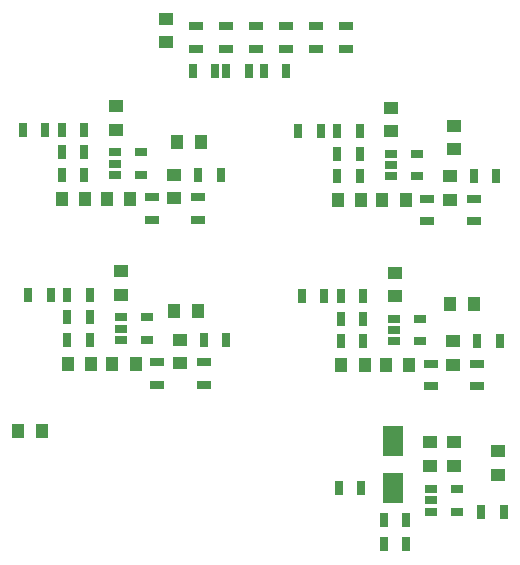
<source format=gbr>
G04 #@! TF.GenerationSoftware,KiCad,Pcbnew,(5.0.0)*
G04 #@! TF.CreationDate,2020-04-28T19:31:03-04:00*
G04 #@! TF.ProjectId,Kyle's Amp,4B796C65277320416D702E6B69636164,rev?*
G04 #@! TF.SameCoordinates,Original*
G04 #@! TF.FileFunction,Paste,Top*
G04 #@! TF.FilePolarity,Positive*
%FSLAX46Y46*%
G04 Gerber Fmt 4.6, Leading zero omitted, Abs format (unit mm)*
G04 Created by KiCad (PCBNEW (5.0.0)) date 04/28/20 19:31:03*
%MOMM*%
%LPD*%
G01*
G04 APERTURE LIST*
%ADD10R,1.000000X1.250000*%
%ADD11R,1.060000X0.650000*%
%ADD12R,0.700000X1.300000*%
%ADD13R,1.300000X0.700000*%
%ADD14R,1.250000X1.000000*%
%ADD15R,1.800000X2.500000*%
G04 APERTURE END LIST*
D10*
G04 #@! TO.C,C15*
X137947000Y-103632000D03*
X139947000Y-103632000D03*
G04 #@! TD*
D11*
G04 #@! TO.C,U4*
X138668000Y-99695000D03*
X138668000Y-100645000D03*
X138668000Y-101595000D03*
X140868000Y-101595000D03*
X140868000Y-99695000D03*
G04 #@! TD*
D12*
G04 #@! TO.C,R28*
X130840000Y-97790000D03*
X132740000Y-97790000D03*
G04 #@! TD*
G04 #@! TO.C,R23*
X147599000Y-101600000D03*
X145699000Y-101600000D03*
G04 #@! TD*
D10*
G04 #@! TO.C,C13*
X134153000Y-103632000D03*
X136153000Y-103632000D03*
G04 #@! TD*
D13*
G04 #@! TO.C,R27*
X145694000Y-103505000D03*
X145694000Y-105405000D03*
G04 #@! TD*
D12*
G04 #@! TO.C,R24*
X136037000Y-97790000D03*
X134137000Y-97790000D03*
G04 #@! TD*
D14*
G04 #@! TO.C,C16*
X138709000Y-95790000D03*
X138709000Y-97790000D03*
G04 #@! TD*
D12*
G04 #@! TO.C,R22*
X136037000Y-101600000D03*
X134137000Y-101600000D03*
G04 #@! TD*
D13*
G04 #@! TO.C,R25*
X141757000Y-105405000D03*
X141757000Y-103505000D03*
G04 #@! TD*
D12*
G04 #@! TO.C,R26*
X136042000Y-99695000D03*
X134142000Y-99695000D03*
G04 #@! TD*
D14*
G04 #@! TO.C,C14*
X143662000Y-101600000D03*
X143662000Y-103600000D03*
G04 #@! TD*
D10*
G04 #@! TO.C,C11*
X116808000Y-103505000D03*
X114808000Y-103505000D03*
G04 #@! TD*
D14*
G04 #@! TO.C,C10*
X120523000Y-103473000D03*
X120523000Y-101473000D03*
G04 #@! TD*
D12*
G04 #@! TO.C,R19*
X111003000Y-99568000D03*
X112903000Y-99568000D03*
G04 #@! TD*
D10*
G04 #@! TO.C,C9*
X113014000Y-103505000D03*
X111014000Y-103505000D03*
G04 #@! TD*
D12*
G04 #@! TO.C,R15*
X110998000Y-101473000D03*
X112898000Y-101473000D03*
G04 #@! TD*
D13*
G04 #@! TO.C,R18*
X118618000Y-103378000D03*
X118618000Y-105278000D03*
G04 #@! TD*
D12*
G04 #@! TO.C,R21*
X109601000Y-97663000D03*
X107701000Y-97663000D03*
G04 #@! TD*
D13*
G04 #@! TO.C,R20*
X122555000Y-105278000D03*
X122555000Y-103378000D03*
G04 #@! TD*
D12*
G04 #@! TO.C,R17*
X110998000Y-97663000D03*
X112898000Y-97663000D03*
G04 #@! TD*
D14*
G04 #@! TO.C,C12*
X115570000Y-97663000D03*
X115570000Y-95663000D03*
G04 #@! TD*
D12*
G04 #@! TO.C,R16*
X122560000Y-101473000D03*
X124460000Y-101473000D03*
G04 #@! TD*
D11*
G04 #@! TO.C,U3*
X117729000Y-99568000D03*
X117729000Y-101468000D03*
X115529000Y-101468000D03*
X115529000Y-100518000D03*
X115529000Y-99568000D03*
G04 #@! TD*
D10*
G04 #@! TO.C,C7*
X137668000Y-89662000D03*
X139668000Y-89662000D03*
G04 #@! TD*
D14*
G04 #@! TO.C,C6*
X143383000Y-87630000D03*
X143383000Y-89630000D03*
G04 #@! TD*
G04 #@! TO.C,C8*
X138430000Y-81820000D03*
X138430000Y-83820000D03*
G04 #@! TD*
D10*
G04 #@! TO.C,C5*
X133874000Y-89662000D03*
X135874000Y-89662000D03*
G04 #@! TD*
D11*
G04 #@! TO.C,U2*
X138389000Y-85725000D03*
X138389000Y-86675000D03*
X138389000Y-87625000D03*
X140589000Y-87625000D03*
X140589000Y-85725000D03*
G04 #@! TD*
D12*
G04 #@! TO.C,R14*
X130561000Y-83820000D03*
X132461000Y-83820000D03*
G04 #@! TD*
G04 #@! TO.C,R10*
X135758000Y-83820000D03*
X133858000Y-83820000D03*
G04 #@! TD*
D13*
G04 #@! TO.C,R11*
X141478000Y-91435000D03*
X141478000Y-89535000D03*
G04 #@! TD*
D12*
G04 #@! TO.C,R8*
X135758000Y-87630000D03*
X133858000Y-87630000D03*
G04 #@! TD*
G04 #@! TO.C,R9*
X147320000Y-87630000D03*
X145420000Y-87630000D03*
G04 #@! TD*
G04 #@! TO.C,R12*
X135763000Y-85725000D03*
X133863000Y-85725000D03*
G04 #@! TD*
D13*
G04 #@! TO.C,R13*
X145415000Y-89535000D03*
X145415000Y-91435000D03*
G04 #@! TD*
D12*
G04 #@! TO.C,R1*
X110500000Y-87503000D03*
X112400000Y-87503000D03*
G04 #@! TD*
G04 #@! TO.C,R2*
X122062000Y-87503000D03*
X123962000Y-87503000D03*
G04 #@! TD*
G04 #@! TO.C,R3*
X110500000Y-83693000D03*
X112400000Y-83693000D03*
G04 #@! TD*
D13*
G04 #@! TO.C,R4*
X118120000Y-89408000D03*
X118120000Y-91308000D03*
G04 #@! TD*
D12*
G04 #@! TO.C,R5*
X110505000Y-85598000D03*
X112405000Y-85598000D03*
G04 #@! TD*
D13*
G04 #@! TO.C,R6*
X122057000Y-91308000D03*
X122057000Y-89408000D03*
G04 #@! TD*
D12*
G04 #@! TO.C,R7*
X109103000Y-83693000D03*
X107203000Y-83693000D03*
G04 #@! TD*
D11*
G04 #@! TO.C,U1*
X117231000Y-85598000D03*
X117231000Y-87498000D03*
X115031000Y-87498000D03*
X115031000Y-86548000D03*
X115031000Y-85598000D03*
G04 #@! TD*
D10*
G04 #@! TO.C,C1*
X112516000Y-89535000D03*
X110516000Y-89535000D03*
G04 #@! TD*
D14*
G04 #@! TO.C,C2*
X120025000Y-89503000D03*
X120025000Y-87503000D03*
G04 #@! TD*
D10*
G04 #@! TO.C,C3*
X116310000Y-89535000D03*
X114310000Y-89535000D03*
G04 #@! TD*
D14*
G04 #@! TO.C,C4*
X115072000Y-83693000D03*
X115072000Y-81693000D03*
G04 #@! TD*
G04 #@! TO.C,C17*
X143764000Y-110125000D03*
X143764000Y-112125000D03*
G04 #@! TD*
G04 #@! TO.C,C18*
X141732000Y-112141000D03*
X141732000Y-110141000D03*
G04 #@! TD*
D15*
G04 #@! TO.C,D1*
X138557000Y-110046000D03*
X138557000Y-114046000D03*
G04 #@! TD*
D12*
G04 #@! TO.C,R29*
X137800000Y-118745000D03*
X139700000Y-118745000D03*
G04 #@! TD*
G04 #@! TO.C,R30*
X137800000Y-116713000D03*
X139700000Y-116713000D03*
G04 #@! TD*
G04 #@! TO.C,R31*
X135890000Y-114046000D03*
X133990000Y-114046000D03*
G04 #@! TD*
G04 #@! TO.C,R32*
X147950000Y-116078000D03*
X146050000Y-116078000D03*
G04 #@! TD*
D11*
G04 #@! TO.C,U5*
X143975000Y-114112000D03*
X143975000Y-116012000D03*
X141775000Y-116012000D03*
X141775000Y-115062000D03*
X141775000Y-114112000D03*
G04 #@! TD*
D14*
G04 #@! TO.C,C19*
X143764000Y-85344000D03*
X143764000Y-83344000D03*
G04 #@! TD*
D10*
G04 #@! TO.C,C20*
X122285000Y-84709000D03*
X120285000Y-84709000D03*
G04 #@! TD*
G04 #@! TO.C,C21*
X143383000Y-98425000D03*
X145383000Y-98425000D03*
G04 #@! TD*
G04 #@! TO.C,C22*
X120015000Y-99060000D03*
X122015000Y-99060000D03*
G04 #@! TD*
G04 #@! TO.C,C23*
X106839000Y-109220000D03*
X108839000Y-109220000D03*
G04 #@! TD*
D14*
G04 #@! TO.C,C24*
X119380000Y-76295000D03*
X119380000Y-74295000D03*
G04 #@! TD*
G04 #@! TO.C,C25*
X147447000Y-112903000D03*
X147447000Y-110903000D03*
G04 #@! TD*
D12*
G04 #@! TO.C,R33*
X121605000Y-78740000D03*
X123505000Y-78740000D03*
G04 #@! TD*
G04 #@! TO.C,R34*
X126360000Y-78740000D03*
X124460000Y-78740000D03*
G04 #@! TD*
G04 #@! TO.C,R35*
X127640000Y-78740000D03*
X129540000Y-78740000D03*
G04 #@! TD*
D13*
G04 #@! TO.C,R36*
X121920000Y-74930000D03*
X121920000Y-76830000D03*
G04 #@! TD*
G04 #@! TO.C,R37*
X124460000Y-76830000D03*
X124460000Y-74930000D03*
G04 #@! TD*
G04 #@! TO.C,R38*
X127000000Y-74930000D03*
X127000000Y-76830000D03*
G04 #@! TD*
G04 #@! TO.C,R39*
X129540000Y-76830000D03*
X129540000Y-74930000D03*
G04 #@! TD*
G04 #@! TO.C,R40*
X132080000Y-76830000D03*
X132080000Y-74930000D03*
G04 #@! TD*
G04 #@! TO.C,R41*
X134620000Y-74930000D03*
X134620000Y-76830000D03*
G04 #@! TD*
M02*

</source>
